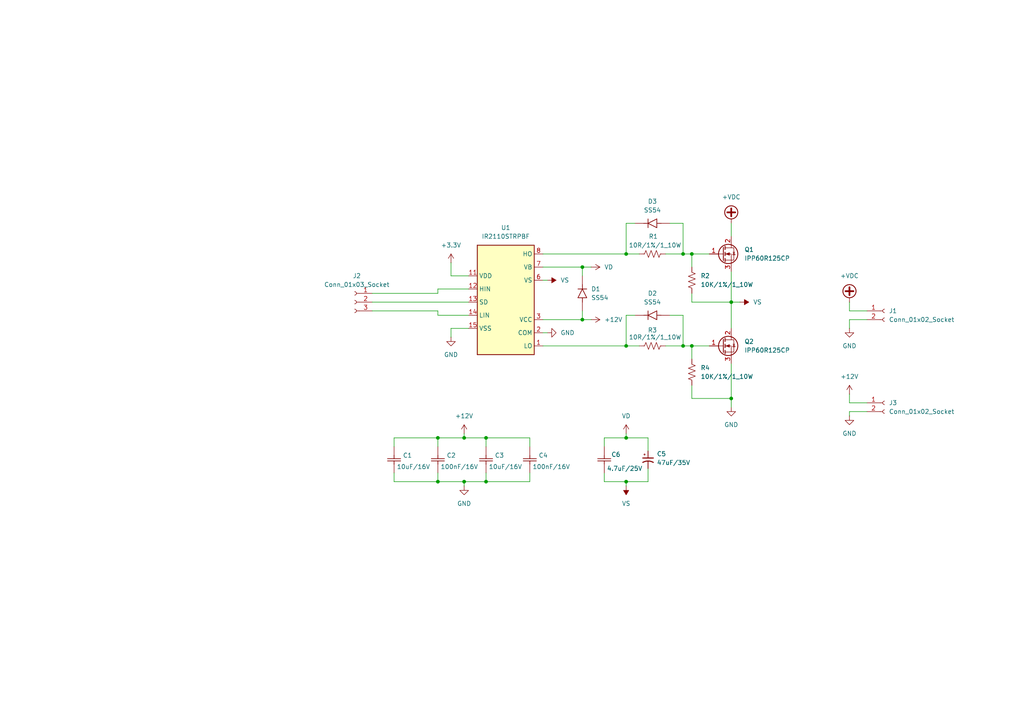
<source format=kicad_sch>
(kicad_sch (version 20231120) (generator "eeschema") (generator_version "8.0")
  (paper "A4")
  (lib_symbols
    (symbol "Connector:Conn_01x02_Socket" (pin_names (offset 1.016) hide)
      (property "Reference" "J" (at 0 2.54 0))
      (property "Value" "Conn_01x02_Socket" (at 0 -5.08 0))
      (symbol "Conn_01x02_Socket_1_1"
        (arc (start 0 -2.032) (mid -0.5058 -2.54) (end 0 -3.048) (stroke (width 0.1524)))
        (polyline (pts (xy -1.27 -2.54) (xy -0.508 -2.54)) (stroke (width 0.1524)))
        (polyline (pts (xy -1.27 0) (xy -0.508 0)) (stroke (width 0.1524)))
        (arc (start 0 0.508) (mid -0.5058 0) (end 0 -0.508) (stroke (width 0.1524)))
        (pin passive line (at -5.08 0 0) (length 3.81) (name "Pin_1") (number "1"))
        (pin passive line (at -5.08 -2.54 0) (length 3.81) (name "Pin_2") (number "2"))
      )
    )
    (symbol "Connector:Conn_01x03_Socket" (pin_names (offset 1.016) hide)
      (property "Reference" "J" (at 0 5.08 0))
      (property "Value" "Conn_01x03_Socket" (at 0 -5.08 0))
      (symbol "Conn_01x03_Socket_1_1"
        (arc (start 0 -2.032) (mid -0.5058 -2.54) (end 0 -3.048) (stroke (width 0.1524)))
        (polyline (pts (xy -1.27 -2.54) (xy -0.508 -2.54)) (stroke (width 0.1524)))
        (polyline (pts (xy -1.27 0) (xy -0.508 0)) (stroke (width 0.1524)))
        (polyline (pts (xy -1.27 2.54) (xy -0.508 2.54)) (stroke (width 0.1524)))
        (arc (start 0 0.508) (mid -0.5058 0) (end 0 -0.508) (stroke (width 0.1524)))
        (arc (start 0 3.048) (mid -0.5058 2.54) (end 0 2.032) (stroke (width 0.1524)))
        (pin passive line (at -5.08 2.54 0) (length 3.81) (name "Pin_1") (number "1"))
        (pin passive line (at -5.08 0 0) (length 3.81) (name "Pin_2") (number "2"))
        (pin passive line (at -5.08 -2.54 0) (length 3.81) (name "Pin_3") (number "3"))
      )
    )
    (symbol "charge_battery_sym_lib:Cap_Polarized_SMD_47uF_16V" (pin_numbers hide) (pin_names (offset 0.254))
      (property "Reference" "C" (at 0.635 2.54 0))
      (property "Value" "47uF/16V" (at 0.635 -2.54 0))
      (symbol "Cap_Polarized_SMD_47uF_16V_0_1"
        (polyline (pts (xy 1.016 -1.27) (xy 1.016 -0.762)))
        (polyline (pts (xy 1.27 -1.016) (xy 0.762 -1.016)))
        (polyline (pts (xy 2.032 -1.524) (xy 2.032 1.524)) (stroke (width 0.3048)))
        (arc (start 3.302 1.524) (mid 2.9134 0) (end 3.302 -1.524) (stroke (width 0.3048)))
      )
      (symbol "Cap_Polarized_SMD_47uF_16V_1_1"
        (pin passive line (at 0 0 0) (length 2.032) (name "~") (number "1"))
        (pin passive line (at 5.08 0 180) (length 2.032) (name "~") (number "2"))
      )
    )
    (symbol "charge_battery_sym_lib:Ceramic_Cap_SMD_100nF_16V" (pin_numbers hide) (pin_names hide)
      (property "Reference" "C" (at 1.016 2.794 0))
      (property "Value" "100nF/16V" (at 0.254 5.334 0))
      (symbol "Ceramic_Cap_SMD_100nF_16V_1_1"
        (polyline (pts (xy 1.27 0) (xy 2.2098 0)) (stroke (width 0.2032)))
        (polyline (pts (xy 2.2098 -1.905) (xy 2.2098 1.905)) (stroke (width 0.2032)))
        (polyline (pts (xy 2.8448 -1.905) (xy 2.8448 1.905)) (stroke (width 0.2032)))
        (polyline (pts (xy 2.8448 0) (xy 3.81 0)) (stroke (width 0.2032)))
        (pin unspecified line (at -1.27 0 0) (length 2.54) (name "") (number "1"))
        (pin unspecified line (at 6.35 0 180) (length 2.54) (name "") (number "2"))
      )
    )
    (symbol "charge_battery_sym_lib:Ceramic_Cap_SMD_10uF_16V" (pin_numbers hide) (pin_names hide)
      (property "Reference" "C" (at 2.286 2.794 0))
      (property "Value" "10uF/16V" (at 0.254 5.334 0))
      (symbol "Ceramic_Cap_SMD_10uF_16V_1_1"
        (polyline (pts (xy 2.54 0) (xy 3.4798 0)) (stroke (width 0.2032)))
        (polyline (pts (xy 3.4798 -1.905) (xy 3.4798 1.905)) (stroke (width 0.2032)))
        (polyline (pts (xy 4.1148 -1.905) (xy 4.1148 1.905)) (stroke (width 0.2032)))
        (polyline (pts (xy 4.1148 0) (xy 5.08 0)) (stroke (width 0.2032)))
        (pin unspecified line (at 0 0 0) (length 2.54) (name "") (number "1"))
        (pin unspecified line (at 7.62 0 180) (length 2.54) (name "") (number "2"))
      )
    )
    (symbol "charge_battery_sym_lib:Ceramic_Cap_SMD_4.7uF_25V" (pin_numbers hide) (pin_names hide)
      (property "Reference" "C" (at 2.286 2.794 0))
      (property "Value" "4.7uF/25V" (at 0.254 5.334 0))
      (symbol "Ceramic_Cap_SMD_4.7uF_25V_1_1"
        (polyline (pts (xy 2.54 0) (xy 3.4798 0)) (stroke (width 0.2032)))
        (polyline (pts (xy 3.4798 -1.905) (xy 3.4798 1.905)) (stroke (width 0.2032)))
        (polyline (pts (xy 4.1148 -1.905) (xy 4.1148 1.905)) (stroke (width 0.2032)))
        (polyline (pts (xy 4.1148 0) (xy 5.08 0)) (stroke (width 0.2032)))
        (pin unspecified line (at 0 0 0) (length 2.54) (name "") (number "1"))
        (pin unspecified line (at 7.62 0 180) (length 2.54) (name "") (number "2"))
      )
    )
    (symbol "charge_battery_sym_lib:IPP60R125CP" (pin_names hide)
      (property "Reference" "Q" (at 10.414 1.016 0))
      (property "Value" "IPP60R125CP" (at 16.002 -1.016 0))
      (symbol "IPP60R125CP_0_1"
        (polyline (pts (xy 4.064 0) (xy 2.54 0)))
        (polyline (pts (xy 4.064 1.905) (xy 4.064 -1.905)) (stroke (width 0.254)))
        (polyline (pts (xy 4.572 -1.27) (xy 4.572 -2.286)) (stroke (width 0.254)))
        (polyline (pts (xy 4.572 0.508) (xy 4.572 -0.508)) (stroke (width 0.254)))
        (polyline (pts (xy 4.572 2.286) (xy 4.572 1.27)) (stroke (width 0.254)))
        (polyline (pts (xy 6.35 2.54) (xy 6.35 1.778)))
        (polyline (pts (xy 7.366 0.508) (xy 6.858 0.508)))
        (polyline (pts (xy 6.35 -2.54) (xy 6.35 0) (xy 4.572 0)))
        (polyline (pts (xy 4.572 -1.778) (xy 7.112 -1.778) (xy 7.112 1.778) (xy 4.572 1.778)))
        (polyline (pts (xy 4.826 0) (xy 5.842 0.381) (xy 5.842 -0.381) (xy 4.826 0)) (fill (type outline)))
        (polyline (pts (xy 7.112 0.381) (xy 6.731 -0.254) (xy 7.493 -0.254) (xy 7.112 0.381)))
        (circle (center 5.461 0) (radius 2.794) (stroke (width 0.254)))
      )
      (symbol "IPP60R125CP_1_1"
        (pin input line (at 0 0 0) (length 2.54) (name "G") (number "1"))
        (pin passive line (at 6.35 5.08 270) (length 2.54) (name "D") (number "2"))
        (pin passive line (at 6.35 -5.08 90) (length 2.54) (name "S") (number "3"))
      )
    )
    (symbol "charge_battery_sym_lib:IR2110STRPBF"
      (property "Reference" "U" (at -0.254 36.83 0))
      (property "Value" "IR2110STRPBF" (at 0 34.798 0))
      (symbol "IR2110STRPBF_0_1"
        (rectangle (start 0 31.75) (end 16.51 0) (stroke (width 0.254)) (fill (type background)))
      )
      (symbol "IR2110STRPBF_1_1"
        (pin output line (at 19.05 2.54 180) (length 2.54) (name "LO") (number "1"))
        (pin passive line (at -2.54 22.86 0) (length 2.54) (name "VDD") (number "11"))
        (pin input line (at -2.54 19.05 0) (length 2.54) (name "HIN") (number "12"))
        (pin input line (at -2.54 15.24 0) (length 2.54) (name "SD") (number "13"))
        (pin input line (at -2.54 11.43 0) (length 2.54) (name "LIN") (number "14"))
        (pin power_in line (at -2.54 7.62 0) (length 2.54) (name "VSS") (number "15"))
        (pin power_in line (at 19.05 6.35 180) (length 2.54) (name "COM") (number "2"))
        (pin input line (at 19.05 10.16 180) (length 2.54) (name "VCC") (number "3"))
        (pin passive line (at 19.05 21.59 180) (length 2.54) (name "VS") (number "6"))
        (pin output line (at 19.05 25.4 180) (length 2.54) (name "VB") (number "7"))
        (pin output line (at 19.05 29.21 180) (length 2.54) (name "HO") (number "8"))
      )
    )
    (symbol "charge_battery_sym_lib:Res_10K_0603_1%" (pin_numbers hide) (pin_names hide)
      (property "Reference" "R" (at 2.794 3.81 0))
      (property "Value" "10K/1%/1_10W" (at 4.064 -2.54 0))
      (symbol "Res_10K_0603_1%_0_1"
        (polyline (pts (xy 1.524 0) (xy 1.27 0)))
        (polyline (pts (xy 6.096 0) (xy 6.35 0)))
        (polyline (pts (xy 1.524 0) (xy 1.905 1.016) (xy 2.286 0) (xy 2.667 -1.016) (xy 3.048 0)))
        (polyline (pts (xy 3.048 0) (xy 3.429 1.016) (xy 3.81 0) (xy 4.191 -1.016) (xy 4.572 0)))
        (polyline (pts (xy 4.572 0) (xy 4.953 1.016) (xy 5.334 0) (xy 5.715 -1.016) (xy 6.096 0)))
      )
      (symbol "Res_10K_0603_1%_1_1"
        (pin passive line (at 0 0 0) (length 1.27) (name "~") (number "1"))
        (pin passive line (at 7.62 0 180) (length 1.27) (name "~") (number "2"))
      )
    )
    (symbol "charge_battery_sym_lib:Res_10R_0603_1%" (pin_numbers hide) (pin_names hide)
      (property "Reference" "R" (at 3.556 2.54 0))
      (property "Value" "10R/1%/1_10W" (at 4.064 -2.54 0))
      (symbol "Res_10R_0603_1%_0_1"
        (polyline (pts (xy 1.524 0) (xy 1.27 0)))
        (polyline (pts (xy 6.096 0) (xy 6.35 0)))
        (polyline (pts (xy 1.524 0) (xy 1.905 1.016) (xy 2.286 0) (xy 2.667 -1.016) (xy 3.048 0)))
        (polyline (pts (xy 3.048 0) (xy 3.429 1.016) (xy 3.81 0) (xy 4.191 -1.016) (xy 4.572 0)))
        (polyline (pts (xy 4.572 0) (xy 4.953 1.016) (xy 5.334 0) (xy 5.715 -1.016) (xy 6.096 0)))
      )
      (symbol "Res_10R_0603_1%_1_1"
        (pin passive line (at 0 0 0) (length 1.27) (name "~") (number "1"))
        (pin passive line (at 7.62 0 180) (length 1.27) (name "~") (number "2"))
      )
    )
    (symbol "charge_battery_sym_lib:SS54" (pin_numbers hide) (pin_names hide)
      (property "Reference" "D" (at -1.016 2.286 0))
      (property "Value" "SS54" (at 2.54 -2.794 0))
      (symbol "SS54_0_1"
        (polyline (pts (xy -1.27 0) (xy -0.127 0)) (stroke (width 0.2032)))
        (polyline (pts (xy 0 -1.27) (xy 2.54 0)) (stroke (width 0.2032)))
        (polyline (pts (xy 0 1.27) (xy 0 -1.27)) (stroke (width 0.2032)))
        (polyline (pts (xy 2.54 -1.27) (xy 2.54 1.27)) (stroke (width 0.2032)))
        (polyline (pts (xy 2.54 0) (xy 0 1.27)) (stroke (width 0.2032)))
        (polyline (pts (xy 2.54 0) (xy 3.81 0)) (stroke (width 0.2032)))
      )
      (symbol "SS54_1_1"
        (pin unspecified line (at -3.81 0 0) (length 2.54) (name "A") (number "1"))
        (pin unspecified line (at 6.35 0 180) (length 2.54) (name "K") (number "2"))
      )
    )
    (symbol "power:+12V" (power) (pin_numbers hide) (pin_names (offset 0) hide)
      (property "Value" "+12V" (at 0 3.556 0))
      (symbol "+12V_0_1"
        (polyline (pts (xy -0.762 1.27) (xy 0 2.54)))
        (polyline (pts (xy 0 0) (xy 0 2.54)))
        (polyline (pts (xy 0 2.54) (xy 0.762 1.27)))
      )
      (symbol "+12V_1_1"
        (pin power_in line (at 0 0 90) (length 0) (name "~") (number "1"))
      )
    )
    (symbol "power:+3.3V" (power) (pin_numbers hide) (pin_names (offset 0) hide)
      (property "Value" "+3.3V" (at 0 3.556 0))
      (symbol "+3.3V_0_1"
        (polyline (pts (xy -0.762 1.27) (xy 0 2.54)))
        (polyline (pts (xy 0 0) (xy 0 2.54)))
        (polyline (pts (xy 0 2.54) (xy 0.762 1.27)))
      )
      (symbol "+3.3V_1_1"
        (pin power_in line (at 0 0 90) (length 0) (name "~") (number "1"))
      )
    )
    (symbol "power:+VDC" (power) (pin_numbers hide) (pin_names (offset 0) hide)
      (property "Value" "+VDC" (at 0 6.35 0))
      (symbol "+VDC_0_1"
        (polyline (pts (xy -1.143 3.175) (xy 1.143 3.175)) (stroke (width 0.508)))
        (polyline (pts (xy 0 0) (xy 0 1.27)))
        (polyline (pts (xy 0 2.032) (xy 0 4.318)) (stroke (width 0.508)))
        (circle (center 0 3.175) (radius 1.905) (stroke (width 0.254)))
      )
      (symbol "+VDC_1_1"
        (pin power_in line (at 0 0 90) (length 0) (name "~") (number "1"))
      )
    )
    (symbol "power:GND" (power) (pin_numbers hide) (pin_names (offset 0) hide)
      (property "Value" "GND" (at 0 -3.81 0))
      (symbol "GND_0_1"
        (polyline (pts (xy 0 0) (xy 0 -1.27) (xy 1.27 -1.27) (xy 0 -2.54) (xy -1.27 -1.27) (xy 0 -1.27)))
      )
      (symbol "GND_1_1"
        (pin power_in line (at 0 0 270) (length 0) (name "~") (number "1"))
      )
    )
    (symbol "power:VD" (power) (pin_numbers hide) (pin_names (offset 0) hide)
      (property "Value" "VD" (at 0 3.556 0))
      (symbol "VD_0_1"
        (polyline (pts (xy -0.762 1.27) (xy 0 2.54)))
        (polyline (pts (xy 0 0) (xy 0 2.54)))
        (polyline (pts (xy 0 2.54) (xy 0.762 1.27)))
      )
      (symbol "VD_1_1"
        (pin power_in line (at 0 0 90) (length 0) (name "~") (number "1"))
      )
    )
    (symbol "power:VS" (power) (pin_numbers hide) (pin_names (offset 0) hide)
      (property "Value" "VS" (at 0 3.556 0))
      (symbol "VS_0_1"
        (polyline (pts (xy 0 0) (xy 0 2.54)))
        (polyline (pts (xy 0.762 1.27) (xy -0.762 1.27) (xy 0 2.54) (xy 0.762 1.27)) (fill (type outline)))
      )
      (symbol "VS_1_1"
        (pin power_in line (at 0 0 90) (length 0) (name "~") (number "1"))
      )
    )
  )
  (junction (at 200.66 100.33))
  (junction (at 127 139.7))
  (junction (at 140.97 127))
  (junction (at 181.61 139.7))
  (junction (at 200.66 73.66))
  (junction (at 212.09 87.63))
  (junction (at 181.61 127))
  (junction (at 198.12 100.33))
  (junction (at 181.61 73.66))
  (junction (at 181.61 100.33))
  (junction (at 168.91 77.47))
  (junction (at 127 127))
  (junction (at 134.62 127))
  (junction (at 168.91 92.71))
  (junction (at 198.12 73.66))
  (junction (at 212.09 115.57))
  (junction (at 134.62 139.7))
  (junction (at 140.97 139.7))
  (wire (pts (xy 153.67 127) (xy 153.67 129.54)))
  (wire (pts (xy 251.46 119.38) (xy 246.38 119.38)))
  (wire (pts (xy 212.09 64.77) (xy 212.09 68.58)))
  (wire (pts (xy 168.91 90.17) (xy 168.91 92.71)))
  (wire (pts (xy 134.62 127) (xy 140.97 127)))
  (wire (pts (xy 200.66 73.66) (xy 200.66 77.47)))
  (wire (pts (xy 200.66 115.57) (xy 200.66 111.76)))
  (wire (pts (xy 175.26 127) (xy 181.61 127)))
  (wire (pts (xy 114.3 129.54) (xy 114.3 127)))
  (wire (pts (xy 200.66 85.09) (xy 200.66 87.63)))
  (wire (pts (xy 181.61 73.66) (xy 185.42 73.66)))
  (wire (pts (xy 181.61 100.33) (xy 185.42 100.33)))
  (wire (pts (xy 114.3 137.16) (xy 114.3 139.7)))
  (wire (pts (xy 134.62 139.7) (xy 127 139.7)))
  (wire (pts (xy 140.97 137.16) (xy 140.97 139.7)))
  (wire (pts (xy 127 127) (xy 127 129.54)))
  (wire (pts (xy 130.81 76.2) (xy 130.81 80.01)))
  (wire (pts (xy 193.04 73.66) (xy 198.12 73.66)))
  (wire (pts (xy 246.38 90.17) (xy 251.46 90.17)))
  (wire (pts (xy 181.61 64.77) (xy 181.61 73.66)))
  (wire (pts (xy 175.26 139.7) (xy 181.61 139.7)))
  (wire (pts (xy 212.09 115.57) (xy 200.66 115.57)))
  (wire (pts (xy 246.38 119.38) (xy 246.38 120.65)))
  (wire (pts (xy 200.66 73.66) (xy 205.74 73.66)))
  (wire (pts (xy 140.97 127) (xy 153.67 127)))
  (wire (pts (xy 187.96 135.89) (xy 187.96 139.7)))
  (wire (pts (xy 135.89 95.25) (xy 130.81 95.25)))
  (wire (pts (xy 184.15 91.44) (xy 181.61 91.44)))
  (wire (pts (xy 107.95 85.09) (xy 127 85.09)))
  (wire (pts (xy 194.31 91.44) (xy 198.12 91.44)))
  (wire (pts (xy 187.96 127) (xy 187.96 130.81)))
  (wire (pts (xy 171.45 77.47) (xy 168.91 77.47)))
  (wire (pts (xy 184.15 64.77) (xy 181.61 64.77)))
  (wire (pts (xy 200.66 100.33) (xy 200.66 104.14)))
  (wire (pts (xy 246.38 92.71) (xy 246.38 95.25)))
  (wire (pts (xy 251.46 92.71) (xy 246.38 92.71)))
  (wire (pts (xy 200.66 100.33) (xy 205.74 100.33)))
  (wire (pts (xy 168.91 77.47) (xy 157.48 77.47)))
  (wire (pts (xy 198.12 64.77) (xy 198.12 73.66)))
  (wire (pts (xy 107.95 90.17) (xy 127 90.17)))
  (wire (pts (xy 127 90.17) (xy 127 91.44)))
  (wire (pts (xy 140.97 139.7) (xy 153.67 139.7)))
  (wire (pts (xy 193.04 100.33) (xy 198.12 100.33)))
  (wire (pts (xy 212.09 118.11) (xy 212.09 115.57)))
  (wire (pts (xy 212.09 105.41) (xy 212.09 115.57)))
  (wire (pts (xy 134.62 140.97) (xy 134.62 139.7)))
  (wire (pts (xy 198.12 100.33) (xy 200.66 100.33)))
  (wire (pts (xy 181.61 140.97) (xy 181.61 139.7)))
  (wire (pts (xy 194.31 64.77) (xy 198.12 64.77)))
  (wire (pts (xy 107.95 87.63) (xy 135.89 87.63)))
  (wire (pts (xy 127 83.82) (xy 135.89 83.82)))
  (wire (pts (xy 134.62 139.7) (xy 140.97 139.7)))
  (wire (pts (xy 114.3 139.7) (xy 127 139.7)))
  (wire (pts (xy 168.91 92.71) (xy 157.48 92.71)))
  (wire (pts (xy 157.48 100.33) (xy 181.61 100.33)))
  (wire (pts (xy 140.97 129.54) (xy 140.97 127)))
  (wire (pts (xy 114.3 127) (xy 127 127)))
  (wire (pts (xy 153.67 139.7) (xy 153.67 137.16)))
  (wire (pts (xy 198.12 91.44) (xy 198.12 100.33)))
  (wire (pts (xy 212.09 87.63) (xy 212.09 95.25)))
  (wire (pts (xy 158.75 81.28) (xy 157.48 81.28)))
  (wire (pts (xy 181.61 91.44) (xy 181.61 100.33)))
  (wire (pts (xy 181.61 139.7) (xy 187.96 139.7)))
  (wire (pts (xy 157.48 73.66) (xy 181.61 73.66)))
  (wire (pts (xy 181.61 127) (xy 187.96 127)))
  (wire (pts (xy 200.66 87.63) (xy 212.09 87.63)))
  (wire (pts (xy 212.09 78.74) (xy 212.09 87.63)))
  (wire (pts (xy 214.63 87.63) (xy 212.09 87.63)))
  (wire (pts (xy 127 85.09) (xy 127 83.82)))
  (wire (pts (xy 171.45 92.71) (xy 168.91 92.71)))
  (wire (pts (xy 175.26 129.54) (xy 175.26 127)))
  (wire (pts (xy 134.62 127) (xy 127 127)))
  (wire (pts (xy 130.81 80.01) (xy 135.89 80.01)))
  (wire (pts (xy 130.81 95.25) (xy 130.81 97.79)))
  (wire (pts (xy 198.12 73.66) (xy 200.66 73.66)))
  (wire (pts (xy 246.38 114.3) (xy 246.38 116.84)))
  (wire (pts (xy 181.61 125.73) (xy 181.61 127)))
  (wire (pts (xy 246.38 116.84) (xy 251.46 116.84)))
  (wire (pts (xy 175.26 137.16) (xy 175.26 139.7)))
  (wire (pts (xy 168.91 77.47) (xy 168.91 80.01)))
  (wire (pts (xy 127 139.7) (xy 127 137.16)))
  (wire (pts (xy 158.75 96.52) (xy 157.48 96.52)))
  (wire (pts (xy 246.38 87.63) (xy 246.38 90.17)))
  (wire (pts (xy 127 91.44) (xy 135.89 91.44)))
  (wire (pts (xy 134.62 125.73) (xy 134.62 127)))
  (symbol (lib_id "power:+12V") (at 134.62 125.73 0) (unit 1)
    (property "Reference" "#PWR01" (effects (hide yes)))
    (property "Value" "+12V" (at 134.62 120.65 0))
    (property "Description" "Power symbol creates a global label with name \"+12V\"" (effects (hide yes)))
  )
  (symbol (lib_id "charge_battery_sym_lib:IR2110STRPBF") (at 138.43 102.87 0) (unit 1)
    (property "Reference" "U1" (at 146.685 66.04 0))
    (property "Value" "IR2110STRPBF" (at 146.685 68.58 0))
    (property "Footprint" "charge_battery_footprint_lib:SOP-16" (effects (hide yes)))
    (property "Datasheet" "https://www.infineon.com/dgdl/Infineon-IR2110-DataSheet-v01_00-EN.pdf?fileId=5546d462533600a4015355c80333167e&redirId=119801" (effects (hide yes)))
    (property "Description" "IR2110STRPBF MOSFET 2 Ngõ Ra, 2A, 20V 16-SOIC" (effects (hide yes)))
    (property "Supply name" "Thegioiic" (effects (hide yes)))
    (property "Supply part number" "IR2110STRPBF MOSFET 2 Ngõ Ra, 2A, 20V 16-SOIC" (effects (hide yes)))
    (property "Supply URL" "https://www.thegioiic.com/ir2110strpbf-mosfet-2-ngo-ra-2a-20v-16-soic" (effects (hide yes)))
  )
  (symbol (lib_id "power:VD") (at 171.45 77.47 270) (unit 1)
    (property "Reference" "#PWR09" (effects (hide yes)))
    (property "Value" "VD" (at 175.26 77.4699 90) (effects (justify left)))
    (property "Description" "Power symbol creates a global label with name \"VD\"" (effects (hide yes)))
  )
  (symbol (lib_id "charge_battery_sym_lib:SS54") (at 168.91 86.36 90) (unit 1)
    (property "Reference" "D1" (at 171.45 83.8199 90) (effects (justify right)))
    (property "Value" "SS54" (at 171.45 86.3599 90) (effects (justify right)))
    (property "Footprint" "charge_battery_footprint_lib:D_SMA" (effects (hide yes)))
    (property "Datasheet" "https://www.thegioiic.com/upload/documents/dc8a63b3eda4738bc390d9dc570a4e18.pdf" (effects (hide yes)))
    (property "Description" "Diode Shotky SS54 1N5824 5A 40V" (effects (hide yes)))
    (property "Supply name" "Thegioiic" (effects (hide yes)))
    (property "Supply part number" "SS54 SMA Diode Shotky 5A 40V" (effects (hide yes)))
    (property "Supply URL" "https://www.thegioiic.com/ss54-sma-diode-shotky-5a-40v" (effects (hide yes)))
  )
  (symbol (lib_id "power:+VDC") (at 246.38 87.63 0) (unit 1)
    (property "Reference" "#PWR014" (effects (hide yes)))
    (property "Value" "+VDC" (at 246.38 80.01 0))
    (property "Description" "Power symbol creates a global label with name \"+VDC\"" (effects (hide yes)))
  )
  (symbol (lib_id "Connector:Conn_01x02_Socket") (at 256.54 90.17 0) (unit 1)
    (property "Reference" "J1" (at 257.81 90.1699 0) (effects (justify left)))
    (property "Value" "Conn_01x02_Socket" (at 257.81 92.7099 0) (effects (justify left)))
    (property "Footprint" "Connector_PinHeader_2.54mm:PinHeader_1x02_P2.54mm_Vertical" (effects (hide yes)))
    (property "Description" "Generic connector, single row, 01x02, script generated" (effects (hide yes)))
  )
  (symbol (lib_id "power:VS") (at 214.63 87.63 270) (unit 1)
    (property "Reference" "#PWR012" (effects (hide yes)))
    (property "Value" "VS" (at 218.44 87.6299 90) (effects (justify left)))
    (property "Description" "Power symbol creates a global label with name \"VS\"" (effects (hide yes)))
  )
  (symbol (lib_id "charge_battery_sym_lib:IPP60R125CP") (at 205.74 73.66 0) (unit 1)
    (property "Reference" "Q1" (at 215.9 72.3899 0) (effects (justify left)))
    (property "Value" "IPP60R125CP" (at 215.9 74.9299 0) (effects (justify left)))
    (property "Footprint" "charge_battery_footprint_lib:TO-220-3" (effects (hide yes)))
    (property "Datasheet" "https://www.infineon.com/dgdl/Infineon-IPP60R125CP-DS-v02_02-en.pdf?fileId=db3a304412b407950112b42c0e59465d" (effects (hide yes)))
    (property "Description" "MOSFETs N-Ch 600V 25A TO220-3 CoolMOS CP" (effects (hide yes)))
    (property "Supply name" "Mouser" (effects (hide yes)))
    (property "Supply part number" "726-IPP60R125CP" (effects (hide yes)))
    (property "Supply URL" "https://www.mouser.vn/ProductDetail/Infineon-Technologies/IPP60R125CP?qs=mzcOS1kGbgfOA5Mkagkt9Q%3D%3D" (effects (hide yes)))
  )
  (symbol (lib_id "charge_battery_sym_lib:IPP60R125CP") (at 205.74 100.33 0) (unit 1)
    (property "Reference" "Q2" (at 215.9 99.0599 0) (effects (justify left)))
    (property "Value" "IPP60R125CP" (at 215.9 101.5999 0) (effects (justify left)))
    (property "Footprint" "charge_battery_footprint_lib:TO-220-3" (effects (hide yes)))
    (property "Datasheet" "https://www.infineon.com/dgdl/Infineon-IPP60R125CP-DS-v02_02-en.pdf?fileId=db3a304412b407950112b42c0e59465d" (effects (hide yes)))
    (property "Description" "MOSFETs N-Ch 600V 25A TO220-3 CoolMOS CP" (effects (hide yes)))
    (property "Supply name" "Mouser" (effects (hide yes)))
    (property "Supply part number" "726-IPP60R125CP" (effects (hide yes)))
    (property "Supply URL" "https://www.mouser.vn/ProductDetail/Infineon-Technologies/IPP60R125CP?qs=mzcOS1kGbgfOA5Mkagkt9Q%3D%3D" (effects (hide yes)))
  )
  (symbol (lib_id "power:GND") (at 246.38 120.65 0) (unit 1)
    (property "Reference" "#PWR017" (effects (hide yes)))
    (property "Value" "GND" (at 246.38 125.73 0))
    (property "Description" "Power symbol creates a global label with name \"GND\" , ground" (effects (hide yes)))
  )
  (symbol (lib_id "charge_battery_sym_lib:Ceramic_Cap_SMD_100nF_16V") (at 153.67 135.89 90) (unit 1)
    (property "Reference" "C4" (at 156.21 132.08 90) (effects (justify right)))
    (property "Value" "100nF/16V" (at 154.432 135.382 90) (effects (justify right)))
    (property "Footprint" "charge_battery_footprint_lib:Ceramic_Cap_0603" (effects (hide yes)))
    (property "Datasheet" "https://www.mouser.vn/datasheet/2/40/KYOCERA_AutoMLCCKAM-3106308.pdf" (effects (hide yes)))
    (property "Description" "10%, 0603 (1608 Metric)" (effects (hide yes)))
    (property "Supply name" "Thegioiic" (effects (hide yes)))
    (property "Supply part number" "Tụ Gốm 0603 100nF (0.1uF) 16V" (effects (hide yes)))
    (property "Supply URL" "https://www.thegioiic.com/tu-gom-0603-100nf-0-1uf-16v" (effects (hide yes)))
  )
  (symbol (lib_id "charge_battery_sym_lib:Res_10K_0603_1%") (at 200.66 111.76 90) (unit 1)
    (property "Reference" "R4" (at 203.2 106.6799 90) (effects (justify right)))
    (property "Value" "10K/1%/1_10W" (at 203.2 109.2199 90) (effects (justify right)))
    (property "Footprint" "charge_battery_footprint_lib:Res_0603" (effects (hide yes)))
    (property "Datasheet" "https://fscdn.rohm.com/en/products/databook/datasheet/passive/resistor/chip_resistor/esr-e.pdf" (effects (hide yes)))
    (property "Description" "Res 10 KOhm 0603 1%" (effects (hide yes)))
    (property "Supply name" "Thegioiic" (effects (hide yes)))
    (property "Supply part number" "Điện Trở 10 KOhm 0603 1%" (effects (hide yes)))
    (property "Supply URL" "https://www.thegioiic.com/dien-tro-10-kohm-0603-1-" (effects (hide yes)))
  )
  (symbol (lib_id "power:+VDC") (at 212.09 64.77 0) (unit 1)
    (property "Reference" "#PWR013" (effects (hide yes)))
    (property "Value" "+VDC" (at 212.09 57.15 0))
    (property "Description" "Power symbol creates a global label with name \"+VDC\"" (effects (hide yes)))
  )
  (symbol (lib_id "charge_battery_sym_lib:Ceramic_Cap_SMD_10uF_16V") (at 114.3 137.16 90) (unit 1)
    (property "Reference" "C1" (at 116.84 132.08 90) (effects (justify right)))
    (property "Value" "10uF/16V" (at 115.062 135.382 90) (effects (justify right)))
    (property "Footprint" "charge_battery_footprint_lib:Ceramic_Cap_0603" (effects (hide yes)))
    (property "Datasheet" "https://www.mouser.vn/datasheet/2/40/KYOCERA_AutoMLCCKAM-3106308.pdf" (effects (hide yes)))
    (property "Description" "10%, 0603 (1608 Metric)" (effects (hide yes)))
    (property "Supply name" "Thegioiic" (effects (hide yes)))
    (property "Supply part number" "Tụ Gốm 0603 10uF 16V" (effects (hide yes)))
    (property "Supply URL" "https://www.thegioiic.com/tu-gom-0603-10uf-16v" (effects (hide yes)))
  )
  (symbol (lib_id "power:GND") (at 212.09 118.11 0) (unit 1)
    (property "Reference" "#PWR011" (effects (hide yes)))
    (property "Value" "GND" (at 212.09 123.19 0))
    (property "Description" "Power symbol creates a global label with name \"GND\" , ground" (effects (hide yes)))
  )
  (symbol (lib_id "charge_battery_sym_lib:Res_10R_0603_1%") (at 185.42 73.66 0) (unit 1)
    (property "Reference" "R1" (at 189.484 68.58 0))
    (property "Value" "10R/1%/1_10W" (at 189.992 71.12 0))
    (property "Footprint" "charge_battery_footprint_lib:Res_0603" (effects (hide yes)))
    (property "Description" "Res 10 Ohm 0603 1%" (effects (hide yes)))
    (property "Supply name" "Thegioiic" (effects (hide yes)))
    (property "Supply part number" "Điện Trở 10 Ohm 0603 1%" (effects (hide yes)))
    (property "Supply URL" "https://www.thegioiic.com/dien-tro-10-ohm-0603-1-" (effects (hide yes)))
  )
  (symbol (lib_id "power:+12V") (at 171.45 92.71 270) (unit 1)
    (property "Reference" "#PWR05" (effects (hide yes)))
    (property "Value" "+12V" (at 175.26 92.7099 90) (effects (justify left)))
    (property "Description" "Power symbol creates a global label with name \"+12V\"" (effects (hide yes)))
  )
  (symbol (lib_id "power:+12V") (at 246.38 114.3 0) (unit 1)
    (property "Reference" "#PWR016" (effects (hide yes)))
    (property "Value" "+12V" (at 246.38 109.22 0))
    (property "Description" "Power symbol creates a global label with name \"+12V\"" (effects (hide yes)))
  )
  (symbol (lib_id "charge_battery_sym_lib:SS54") (at 190.5 91.44 180) (unit 1)
    (property "Reference" "D2" (at 189.23 85.09 0))
    (property "Value" "SS54" (at 189.23 87.63 0))
    (property "Footprint" "charge_battery_footprint_lib:D_SMA" (effects (hide yes)))
    (property "Datasheet" "https://www.thegioiic.com/upload/documents/dc8a63b3eda4738bc390d9dc570a4e18.pdf" (effects (hide yes)))
    (property "Description" "Diode Shotky SS54 1N5824 5A 40V" (effects (hide yes)))
    (property "Supply name" "Thegioiic" (effects (hide yes)))
    (property "Supply part number" "SS54 SMA Diode Shotky 5A 40V" (effects (hide yes)))
    (property "Supply URL" "https://www.thegioiic.com/ss54-sma-diode-shotky-5a-40v" (effects (hide yes)))
  )
  (symbol (lib_id "charge_battery_sym_lib:Ceramic_Cap_SMD_4.7uF_25V") (at 175.26 137.16 90) (unit 1)
    (property "Reference" "C6" (at 177.292 131.826 90) (effects (justify right)))
    (property "Value" "4.7uF/25V" (at 176.022 135.89 90) (effects (justify right)))
    (property "Footprint" "charge_battery_footprint_lib:Ceramic_Cap_0603" (effects (hide yes)))
    (property "Datasheet" "https://www.mouser.vn/datasheet/2/40/KYOCERA_AutoMLCCKAM-3106308.pdf" (effects (hide yes)))
    (property "Description" "10%, 0603 (1608 Metric)" (effects (hide yes)))
    (property "Supply name" "Thegioiic" (effects (hide yes)))
    (property "Supply part number" "Tụ Gốm 0603 4.7uF 25V" (effects (hide yes)))
    (property "Supply URL" "https://www.thegioiic.com/tu-gom-0603-4-7uf-25v" (effects (hide yes)))
  )
  (symbol (lib_id "charge_battery_sym_lib:Res_10K_0603_1%") (at 200.66 85.09 90) (unit 1)
    (property "Reference" "R2" (at 203.2 80.0099 90) (effects (justify right)))
    (property "Value" "10K/1%/1_10W" (at 203.2 82.5499 90) (effects (justify right)))
    (property "Footprint" "charge_battery_footprint_lib:Res_0603" (effects (hide yes)))
    (property "Datasheet" "https://fscdn.rohm.com/en/products/databook/datasheet/passive/resistor/chip_resistor/esr-e.pdf" (effects (hide yes)))
    (property "Description" "Res 10 KOhm 0603 1%" (effects (hide yes)))
    (property "Supply name" "Thegioiic" (effects (hide yes)))
    (property "Supply part number" "Điện Trở 10 KOhm 0603 1%" (effects (hide yes)))
    (property "Supply URL" "https://www.thegioiic.com/dien-tro-10-kohm-0603-1-" (effects (hide yes)))
  )
  (symbol (lib_id "charge_battery_sym_lib:Ceramic_Cap_SMD_10uF_16V") (at 140.97 137.16 90) (unit 1)
    (property "Reference" "C3" (at 143.51 132.08 90) (effects (justify right)))
    (property "Value" "10uF/16V" (at 141.732 135.382 90) (effects (justify right)))
    (property "Footprint" "charge_battery_footprint_lib:Ceramic_Cap_0603" (effects (hide yes)))
    (property "Datasheet" "https://www.mouser.vn/datasheet/2/40/KYOCERA_AutoMLCCKAM-3106308.pdf" (effects (hide yes)))
    (property "Description" "10%, 0603 (1608 Metric)" (effects (hide yes)))
    (property "Supply name" "Thegioiic" (effects (hide yes)))
    (property "Supply part number" "Tụ Gốm 0603 10uF 16V" (effects (hide yes)))
    (property "Supply URL" "https://www.thegioiic.com/tu-gom-0603-10uf-16v" (effects (hide yes)))
  )
  (symbol (lib_id "charge_battery_sym_lib:Cap_Polarized_SMD_47uF_16V") (at 187.96 130.81 270) (unit 1)
    (property "Reference" "C5" (at 190.5 131.6481 90) (effects (justify left)))
    (property "Value" "47uF/35V" (at 190.5 134.1881 90) (effects (justify left)))
    (property "Description" "Polarized capacitor 47uF 35V, 20%" (effects (hide yes)))
    (property "Supply name" "Thegioiic" (effects (hide yes)))
    (property "Supply part number" "SMD 47uF 35V 5x5.4mm" (effects (hide yes)))
    (property "Supply URL" "https://www.thegioiic.com/tu-nhom-smd-47uf-35v-6-3x5-4mm" (effects (hide yes)))
  )
  (symbol (lib_id "power:VS") (at 181.61 140.97 180) (unit 1)
    (property "Reference" "#PWR07" (effects (hide yes)))
    (property "Value" "VS" (at 181.61 146.05 0))
    (property "Description" "Power symbol creates a global label with name \"VS\"" (effects (hide yes)))
  )
  (symbol (lib_id "charge_battery_sym_lib:Ceramic_Cap_SMD_100nF_16V") (at 127 135.89 90) (unit 1)
    (property "Reference" "C2" (at 129.54 132.08 90) (effects (justify right)))
    (property "Value" "100nF/16V" (at 127.762 135.382 90) (effects (justify right)))
    (property "Footprint" "charge_battery_footprint_lib:Ceramic_Cap_0603" (effects (hide yes)))
    (property "Datasheet" "https://www.mouser.vn/datasheet/2/40/KYOCERA_AutoMLCCKAM-3106308.pdf" (effects (hide yes)))
    (property "Description" "10%, 0603 (1608 Metric)" (effects (hide yes)))
    (property "Supply name" "Thegioiic" (effects (hide yes)))
    (property "Supply part number" "Tụ Gốm 0603 100nF (0.1uF) 16V" (effects (hide yes)))
    (property "Supply URL" "https://www.thegioiic.com/tu-gom-0603-100nf-0-1uf-16v" (effects (hide yes)))
  )
  (symbol (lib_id "power:+3.3V") (at 130.81 76.2 0) (unit 1)
    (property "Reference" "#PWR03" (effects (hide yes)))
    (property "Value" "+3.3V" (at 130.81 71.12 0))
    (property "Description" "Power symbol creates a global label with name \"+3.3V\"" (effects (hide yes)))
  )
  (symbol (lib_id "charge_battery_sym_lib:SS54") (at 190.5 64.77 180) (unit 1)
    (property "Reference" "D3" (at 189.23 58.42 0))
    (property "Value" "SS54" (at 189.23 60.96 0))
    (property "Footprint" "charge_battery_footprint_lib:D_SMA" (effects (hide yes)))
    (property "Datasheet" "https://www.thegioiic.com/upload/documents/dc8a63b3eda4738bc390d9dc570a4e18.pdf" (effects (hide yes)))
    (property "Description" "Diode Shotky SS54 1N5824 5A 40V" (effects (hide yes)))
    (property "Supply name" "Thegioiic" (effects (hide yes)))
    (property "Supply part number" "SS54 SMA Diode Shotky 5A 40V" (effects (hide yes)))
    (property "Supply URL" "https://www.thegioiic.com/ss54-sma-diode-shotky-5a-40v" (effects (hide yes)))
  )
  (symbol (lib_id "Connector:Conn_01x03_Socket") (at 102.87 87.63 0) (mirror y) (unit 1)
    (property "Reference" "J2" (at 103.505 80.01 0))
    (property "Value" "Conn_01x03_Socket" (at 103.505 82.55 0))
    (property "Footprint" "Connector_PinHeader_2.54mm:PinHeader_1x03_P2.54mm_Vertical" (effects (hide yes)))
    (property "Description" "Generic connector, single row, 01x03, script generated" (effects (hide yes)))
  )
  (symbol (lib_id "power:VS") (at 158.75 81.28 270) (unit 1)
    (property "Reference" "#PWR010" (effects (hide yes)))
    (property "Value" "VS" (at 162.56 81.2799 90) (effects (justify left)))
    (property "Description" "Power symbol creates a global label with name \"VS\"" (effects (hide yes)))
  )
  (symbol (lib_id "power:GND") (at 246.38 95.25 0) (unit 1)
    (property "Reference" "#PWR015" (effects (hide yes)))
    (property "Value" "GND" (at 246.38 100.33 0))
    (property "Description" "Power symbol creates a global label with name \"GND\" , ground" (effects (hide yes)))
  )
  (symbol (lib_id "charge_battery_sym_lib:Res_10R_0603_1%") (at 185.42 100.33 0) (unit 1)
    (property "Reference" "R3" (at 189.23 95.758 0))
    (property "Value" "10R/1%/1_10W" (at 189.992 97.79 0))
    (property "Footprint" "charge_battery_footprint_lib:Res_0603" (effects (hide yes)))
    (property "Description" "Res 10 Ohm 0603 1%" (effects (hide yes)))
    (property "Supply name" "Thegioiic" (effects (hide yes)))
    (property "Supply part number" "Điện Trở 10 Ohm 0603 1%" (effects (hide yes)))
    (property "Supply URL" "https://www.thegioiic.com/dien-tro-10-ohm-0603-1-" (effects (hide yes)))
  )
  (symbol (lib_id "Connector:Conn_01x02_Socket") (at 256.54 116.84 0) (unit 1)
    (property "Reference" "J3" (at 257.81 116.8399 0) (effects (justify left)))
    (property "Value" "Conn_01x02_Socket" (at 257.81 119.3799 0) (effects (justify left)))
    (property "Footprint" "Connector_PinHeader_2.54mm:PinHeader_1x02_P2.54mm_Vertical" (effects (hide yes)))
    (property "Description" "Generic connector, single row, 01x02, script generated" (effects (hide yes)))
  )
  (symbol (lib_id "power:GND") (at 158.75 96.52 90) (unit 1)
    (property "Reference" "#PWR06" (effects (hide yes)))
    (property "Value" "GND" (at 162.56 96.5199 90) (effects (justify right)))
    (property "Description" "Power symbol creates a global label with name \"GND\" , ground" (effects (hide yes)))
  )
  (symbol (lib_id "power:VD") (at 181.61 125.73 0) (unit 1)
    (property "Reference" "#PWR08" (effects (hide yes)))
    (property "Value" "VD" (at 181.61 120.65 0))
    (property "Description" "Power symbol creates a global label with name \"VD\"" (effects (hide yes)))
  )
  (symbol (lib_id "power:GND") (at 130.81 97.79 0) (unit 1)
    (property "Reference" "#PWR04" (effects (hide yes)))
    (property "Value" "GND" (at 130.81 102.87 0))
    (property "Description" "Power symbol creates a global label with name \"GND\" , ground" (effects (hide yes)))
  )
  (symbol (lib_id "power:GND") (at 134.62 140.97 0) (unit 1)
    (property "Reference" "#PWR02" (effects (hide yes)))
    (property "Value" "GND" (at 134.62 146.05 0))
    (property "Description" "Power symbol creates a global label with name \"GND\" , ground" (effects (hide yes)))
  )
)
</source>
